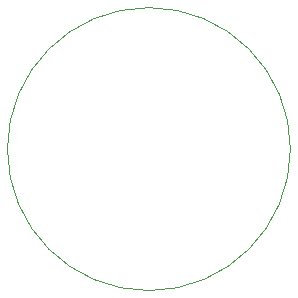
<source format=gbr>
%TF.GenerationSoftware,KiCad,Pcbnew,8.0.8*%
%TF.CreationDate,2025-02-19T08:42:43-08:00*%
%TF.ProjectId,RotarySW,526f7461-7279-4535-972e-6b696361645f,rev?*%
%TF.SameCoordinates,Original*%
%TF.FileFunction,Profile,NP*%
%FSLAX46Y46*%
G04 Gerber Fmt 4.6, Leading zero omitted, Abs format (unit mm)*
G04 Created by KiCad (PCBNEW 8.0.8) date 2025-02-19 08:42:43*
%MOMM*%
%LPD*%
G01*
G04 APERTURE LIST*
%TA.AperFunction,Profile*%
%ADD10C,0.050000*%
%TD*%
G04 APERTURE END LIST*
D10*
X141800000Y-94100000D02*
G75*
G02*
X117837688Y-94100000I-11981156J0D01*
G01*
X117837688Y-94100000D02*
G75*
G02*
X141800000Y-94100000I11981156J0D01*
G01*
M02*

</source>
